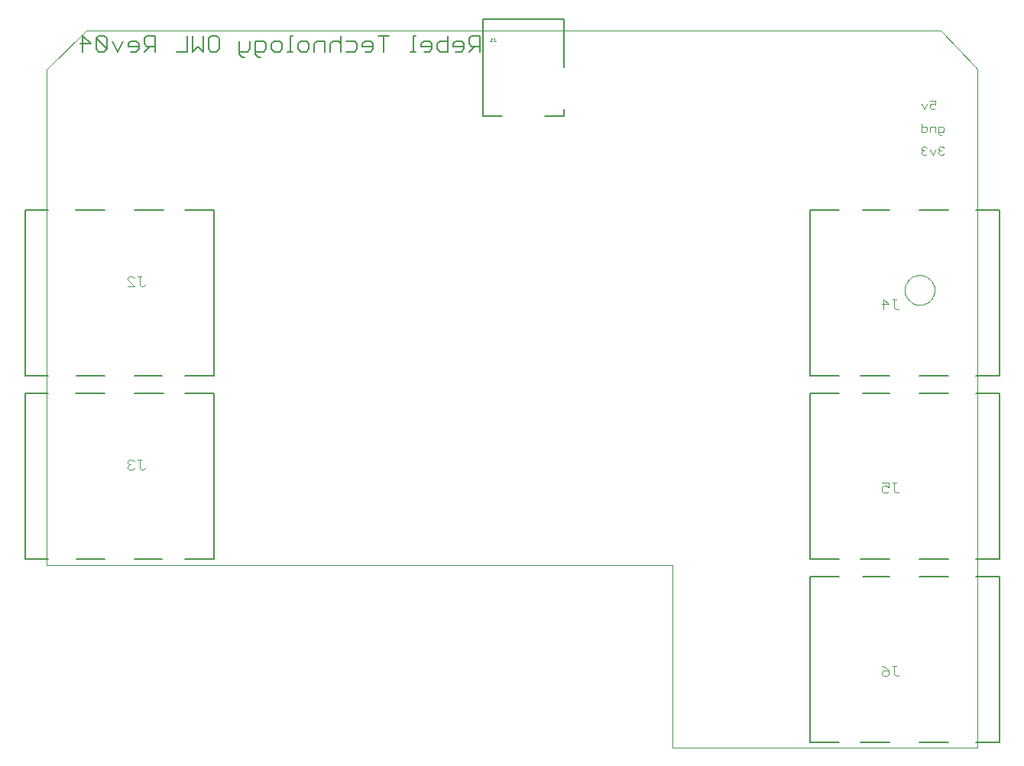
<source format=gbo>
G75*
%MOIN*%
%OFA0B0*%
%FSLAX24Y24*%
%IPPOS*%
%LPD*%
%AMOC8*
5,1,8,0,0,1.08239X$1,22.5*
%
%ADD10C,0.0010*%
%ADD11C,0.0030*%
%ADD12C,0.0060*%
%ADD13C,0.0080*%
%ADD14C,0.0050*%
%ADD15C,0.0040*%
%ADD16C,0.0000*%
D10*
X006460Y012268D02*
X006460Y033893D01*
X006449Y033893D01*
X008199Y035593D01*
X045445Y035593D01*
X046945Y034018D01*
X047060Y033893D01*
X047060Y004293D01*
X033760Y004293D01*
X033760Y012268D01*
X006460Y012268D01*
X025802Y035113D02*
X025902Y035113D01*
X025852Y035113D02*
X025852Y035263D01*
X025902Y035213D01*
X025949Y035263D02*
X025999Y035263D01*
X025974Y035263D02*
X025974Y035138D01*
X025999Y035113D01*
X026024Y035113D01*
X026049Y035138D01*
D11*
X044616Y032405D02*
X044739Y032158D01*
X044863Y032405D01*
X044984Y032343D02*
X044984Y032220D01*
X045046Y032158D01*
X045169Y032158D01*
X045231Y032220D01*
X045231Y032343D02*
X045108Y032405D01*
X045046Y032405D01*
X044984Y032343D01*
X044984Y032529D02*
X045231Y032529D01*
X045231Y032343D01*
X045231Y031405D02*
X045046Y031405D01*
X044984Y031343D01*
X044984Y031158D01*
X044863Y031220D02*
X044863Y031343D01*
X044801Y031405D01*
X044616Y031405D01*
X044616Y031529D02*
X044616Y031158D01*
X044801Y031158D01*
X044863Y031220D01*
X045231Y031158D02*
X045231Y031405D01*
X045353Y031405D02*
X045538Y031405D01*
X045599Y031343D01*
X045599Y031220D01*
X045538Y031158D01*
X045353Y031158D01*
X045353Y031097D02*
X045353Y031405D01*
X045353Y031097D02*
X045414Y031035D01*
X045476Y031035D01*
X045414Y030529D02*
X045353Y030467D01*
X045353Y030405D01*
X045414Y030343D01*
X045353Y030282D01*
X045353Y030220D01*
X045414Y030158D01*
X045538Y030158D01*
X045599Y030220D01*
X045476Y030343D02*
X045414Y030343D01*
X045414Y030529D02*
X045538Y030529D01*
X045599Y030467D01*
X045231Y030405D02*
X045108Y030158D01*
X044984Y030405D01*
X044863Y030467D02*
X044801Y030529D01*
X044678Y030529D01*
X044616Y030467D01*
X044616Y030405D01*
X044678Y030343D01*
X044616Y030282D01*
X044616Y030220D01*
X044678Y030158D01*
X044801Y030158D01*
X044863Y030220D01*
X044739Y030343D02*
X044678Y030343D01*
D12*
X025355Y034673D02*
X025355Y035374D01*
X025004Y035374D01*
X024887Y035257D01*
X024887Y035024D01*
X025004Y034907D01*
X025355Y034907D01*
X025121Y034907D02*
X024887Y034673D01*
X024655Y034790D02*
X024655Y035024D01*
X024538Y035140D01*
X024304Y035140D01*
X024188Y035024D01*
X024188Y034907D01*
X024655Y034907D01*
X024655Y034790D02*
X024538Y034673D01*
X024304Y034673D01*
X023955Y034673D02*
X023605Y034673D01*
X023488Y034790D01*
X023488Y035024D01*
X023605Y035140D01*
X023955Y035140D01*
X023955Y035374D02*
X023955Y034673D01*
X023255Y034790D02*
X023255Y035024D01*
X023138Y035140D01*
X022905Y035140D01*
X022788Y035024D01*
X022788Y034907D01*
X023255Y034907D01*
X023255Y034790D02*
X023138Y034673D01*
X022905Y034673D01*
X022555Y034673D02*
X022322Y034673D01*
X022439Y034673D02*
X022439Y035374D01*
X022555Y035374D01*
X021389Y035374D02*
X020922Y035374D01*
X021155Y035374D02*
X021155Y034673D01*
X020689Y034790D02*
X020689Y035024D01*
X020572Y035140D01*
X020339Y035140D01*
X020222Y035024D01*
X020222Y034907D01*
X020689Y034907D01*
X020689Y034790D02*
X020572Y034673D01*
X020339Y034673D01*
X019989Y034790D02*
X019989Y035024D01*
X019873Y035140D01*
X019522Y035140D01*
X019290Y035024D02*
X019173Y035140D01*
X018939Y035140D01*
X018823Y035024D01*
X018823Y034673D01*
X018590Y034673D02*
X018590Y035140D01*
X018240Y035140D01*
X018123Y035024D01*
X018123Y034673D01*
X017890Y034790D02*
X017773Y034673D01*
X017540Y034673D01*
X017423Y034790D01*
X017423Y035024D01*
X017540Y035140D01*
X017773Y035140D01*
X017890Y035024D01*
X017890Y034790D01*
X017190Y034673D02*
X016957Y034673D01*
X017073Y034673D02*
X017073Y035374D01*
X017190Y035374D01*
X016724Y035024D02*
X016724Y034790D01*
X016607Y034673D01*
X016373Y034673D01*
X016257Y034790D01*
X016257Y035024D01*
X016373Y035140D01*
X016607Y035140D01*
X016724Y035024D01*
X016024Y035024D02*
X016024Y034790D01*
X015907Y034673D01*
X015557Y034673D01*
X015557Y034557D02*
X015557Y035140D01*
X015907Y035140D01*
X016024Y035024D01*
X015557Y034557D02*
X015674Y034440D01*
X015790Y034440D01*
X015324Y034790D02*
X015207Y034673D01*
X014857Y034673D01*
X014857Y034557D02*
X014974Y034440D01*
X015091Y034440D01*
X014857Y034557D02*
X014857Y035140D01*
X015324Y035140D02*
X015324Y034790D01*
X013980Y034790D02*
X013863Y034673D01*
X013629Y034673D01*
X013512Y034790D01*
X013512Y035257D01*
X013629Y035374D01*
X013863Y035374D01*
X013980Y035257D01*
X013980Y034790D01*
X013280Y034673D02*
X013046Y034907D01*
X012813Y034673D01*
X012813Y035374D01*
X012580Y035374D02*
X012580Y034673D01*
X012113Y034673D01*
X011180Y034673D02*
X011180Y035374D01*
X010830Y035374D01*
X010713Y035257D01*
X010713Y035024D01*
X010830Y034907D01*
X011180Y034907D01*
X010947Y034907D02*
X010713Y034673D01*
X010481Y034790D02*
X010481Y035024D01*
X010364Y035140D01*
X010130Y035140D01*
X010013Y035024D01*
X010013Y034907D01*
X010481Y034907D01*
X010481Y034790D02*
X010364Y034673D01*
X010130Y034673D01*
X009547Y034673D02*
X009314Y035140D01*
X009081Y035257D02*
X009081Y034790D01*
X008614Y035257D01*
X008614Y034790D01*
X008731Y034673D01*
X008964Y034673D01*
X009081Y034790D01*
X009081Y035257D02*
X008964Y035374D01*
X008731Y035374D01*
X008614Y035257D01*
X008381Y035024D02*
X007914Y035024D01*
X008031Y034673D02*
X008031Y035374D01*
X008381Y035024D01*
X009547Y034673D02*
X009781Y035140D01*
X013280Y035374D02*
X013280Y034673D01*
X019290Y034673D02*
X019290Y035374D01*
X019522Y034673D02*
X019873Y034673D01*
X019989Y034790D01*
D13*
X025488Y036087D02*
X025488Y031875D01*
X026315Y031875D01*
X028204Y031875D02*
X029031Y031875D01*
X029031Y032150D01*
X029031Y034001D02*
X029031Y036087D01*
X025488Y036087D01*
D14*
X013761Y027768D02*
X012502Y027768D01*
X011554Y027768D02*
X010294Y027768D01*
X008997Y027768D02*
X007737Y027768D01*
X006517Y027768D02*
X005510Y027768D01*
X005510Y026331D01*
X005510Y021956D01*
X005510Y020518D01*
X006517Y020518D01*
X006517Y019768D02*
X005510Y019768D01*
X005510Y018331D01*
X005510Y013956D01*
X005510Y012518D01*
X006517Y012518D01*
X007738Y012518D02*
X008998Y012518D01*
X010297Y012518D02*
X011478Y012518D01*
X012502Y012518D02*
X013761Y012518D01*
X013760Y012518D02*
X013760Y014393D01*
X013760Y017893D01*
X013760Y019768D01*
X013761Y019768D02*
X012502Y019768D01*
X012502Y020518D02*
X013761Y020518D01*
X013760Y020518D02*
X013760Y022393D01*
X013760Y025893D01*
X013760Y027768D01*
X011478Y020518D02*
X010297Y020518D01*
X010294Y019768D02*
X011554Y019768D01*
X008997Y019768D02*
X007737Y019768D01*
X007738Y020518D02*
X008998Y020518D01*
X039758Y020518D02*
X041017Y020518D01*
X041017Y019768D02*
X039758Y019768D01*
X039760Y019768D02*
X039760Y017893D01*
X039760Y014393D01*
X039760Y012518D01*
X039758Y012518D02*
X041017Y012518D01*
X041017Y011768D02*
X039758Y011768D01*
X039760Y011768D02*
X039760Y009893D01*
X039760Y006393D01*
X039760Y004518D01*
X039758Y004518D02*
X041017Y004518D01*
X041965Y004518D02*
X043225Y004518D01*
X044522Y004518D02*
X045782Y004518D01*
X047002Y004518D02*
X048010Y004518D01*
X048010Y005956D01*
X048010Y010331D01*
X048010Y011768D01*
X047002Y011768D01*
X047002Y012518D02*
X048010Y012518D01*
X048010Y013956D01*
X048010Y018331D01*
X048010Y019768D01*
X047002Y019768D01*
X047002Y020518D02*
X048010Y020518D01*
X048010Y021956D01*
X048010Y026331D01*
X048010Y027768D01*
X047002Y027768D01*
X045781Y027768D02*
X044521Y027768D01*
X043222Y027768D02*
X042041Y027768D01*
X041017Y027768D02*
X039758Y027768D01*
X039760Y027768D02*
X039760Y025893D01*
X039760Y022393D01*
X039760Y020518D01*
X041965Y020518D02*
X043225Y020518D01*
X043222Y019768D02*
X042041Y019768D01*
X044521Y019768D02*
X045781Y019768D01*
X045782Y020518D02*
X044522Y020518D01*
X044522Y012518D02*
X045782Y012518D01*
X045781Y011768D02*
X044521Y011768D01*
X043222Y011768D02*
X042041Y011768D01*
X041965Y012518D02*
X043225Y012518D01*
D15*
X043123Y015413D02*
X043200Y015490D01*
X043123Y015413D02*
X042970Y015413D01*
X042893Y015490D01*
X042893Y015644D01*
X042970Y015720D01*
X043046Y015720D01*
X043200Y015644D01*
X043200Y015874D01*
X042893Y015874D01*
X043353Y015874D02*
X043507Y015874D01*
X043430Y015874D02*
X043430Y015490D01*
X043507Y015413D01*
X043584Y015413D01*
X043660Y015490D01*
X043507Y007874D02*
X043353Y007874D01*
X043430Y007874D02*
X043430Y007490D01*
X043507Y007413D01*
X043584Y007413D01*
X043660Y007490D01*
X043200Y007490D02*
X043200Y007644D01*
X042970Y007644D01*
X042893Y007567D01*
X042893Y007490D01*
X042970Y007413D01*
X043123Y007413D01*
X043200Y007490D01*
X043200Y007644D02*
X043046Y007797D01*
X042893Y007874D01*
X042970Y023413D02*
X042970Y023874D01*
X043200Y023644D01*
X042893Y023644D01*
X043353Y023874D02*
X043507Y023874D01*
X043430Y023874D02*
X043430Y023490D01*
X043507Y023413D01*
X043584Y023413D01*
X043660Y023490D01*
X010740Y024490D02*
X010663Y024413D01*
X010586Y024413D01*
X010509Y024490D01*
X010509Y024874D01*
X010433Y024874D02*
X010586Y024874D01*
X010279Y024797D02*
X010202Y024874D01*
X010049Y024874D01*
X009972Y024797D01*
X009972Y024720D01*
X010279Y024413D01*
X009972Y024413D01*
X010049Y016874D02*
X009972Y016797D01*
X009972Y016720D01*
X010049Y016644D01*
X009972Y016567D01*
X009972Y016490D01*
X010049Y016413D01*
X010202Y016413D01*
X010279Y016490D01*
X010126Y016644D02*
X010049Y016644D01*
X010049Y016874D02*
X010202Y016874D01*
X010279Y016797D01*
X010433Y016874D02*
X010586Y016874D01*
X010509Y016874D02*
X010509Y016490D01*
X010586Y016413D01*
X010663Y016413D01*
X010740Y016490D01*
D16*
X043885Y024268D02*
X043887Y024318D01*
X043893Y024368D01*
X043903Y024418D01*
X043916Y024466D01*
X043933Y024514D01*
X043954Y024560D01*
X043978Y024604D01*
X044006Y024646D01*
X044037Y024686D01*
X044071Y024723D01*
X044108Y024758D01*
X044147Y024789D01*
X044188Y024818D01*
X044232Y024843D01*
X044278Y024865D01*
X044325Y024883D01*
X044373Y024897D01*
X044422Y024908D01*
X044472Y024915D01*
X044522Y024918D01*
X044573Y024917D01*
X044623Y024912D01*
X044673Y024903D01*
X044721Y024891D01*
X044769Y024874D01*
X044815Y024854D01*
X044860Y024831D01*
X044903Y024804D01*
X044943Y024774D01*
X044981Y024741D01*
X045016Y024705D01*
X045049Y024666D01*
X045078Y024625D01*
X045104Y024582D01*
X045127Y024537D01*
X045146Y024490D01*
X045161Y024442D01*
X045173Y024393D01*
X045181Y024343D01*
X045185Y024293D01*
X045185Y024243D01*
X045181Y024193D01*
X045173Y024143D01*
X045161Y024094D01*
X045146Y024046D01*
X045127Y023999D01*
X045104Y023954D01*
X045078Y023911D01*
X045049Y023870D01*
X045016Y023831D01*
X044981Y023795D01*
X044943Y023762D01*
X044903Y023732D01*
X044860Y023705D01*
X044815Y023682D01*
X044769Y023662D01*
X044721Y023645D01*
X044673Y023633D01*
X044623Y023624D01*
X044573Y023619D01*
X044522Y023618D01*
X044472Y023621D01*
X044422Y023628D01*
X044373Y023639D01*
X044325Y023653D01*
X044278Y023671D01*
X044232Y023693D01*
X044188Y023718D01*
X044147Y023747D01*
X044108Y023778D01*
X044071Y023813D01*
X044037Y023850D01*
X044006Y023890D01*
X043978Y023932D01*
X043954Y023976D01*
X043933Y024022D01*
X043916Y024070D01*
X043903Y024118D01*
X043893Y024168D01*
X043887Y024218D01*
X043885Y024268D01*
M02*

</source>
